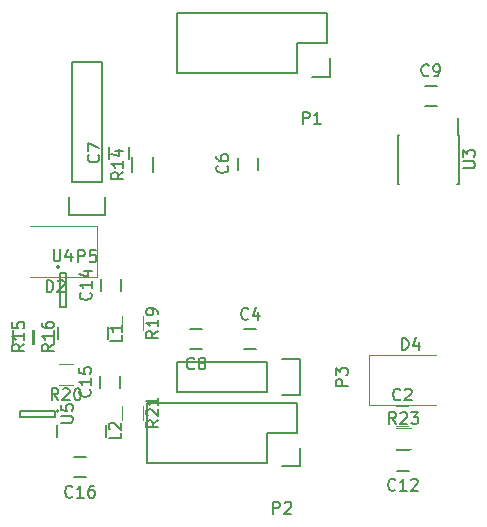
<source format=gto>
G04 #@! TF.FileFunction,Legend,Top*
%FSLAX46Y46*%
G04 Gerber Fmt 4.6, Leading zero omitted, Abs format (unit mm)*
G04 Created by KiCad (PCBNEW 4.0.7) date 05/10/18 10:09:07*
%MOMM*%
%LPD*%
G01*
G04 APERTURE LIST*
%ADD10C,0.200000*%
%ADD11C,0.150000*%
%ADD12C,0.120000*%
G04 APERTURE END LIST*
D10*
D11*
X107980000Y-95480000D02*
X100360000Y-95480000D01*
X107980000Y-98020000D02*
X100360000Y-98020000D01*
X110800000Y-98300000D02*
X109250000Y-98300000D01*
X100360000Y-95480000D02*
X100360000Y-98020000D01*
X107980000Y-98020000D02*
X107980000Y-95480000D01*
X109250000Y-95200000D02*
X110800000Y-95200000D01*
X110800000Y-95200000D02*
X110800000Y-98300000D01*
X113020000Y-65940000D02*
X100320000Y-65940000D01*
X100320000Y-65940000D02*
X100320000Y-71020000D01*
X100320000Y-71020000D02*
X110480000Y-71020000D01*
X113020000Y-65940000D02*
X113020000Y-68480000D01*
X111750000Y-71300000D02*
X113300000Y-71300000D01*
X113020000Y-68480000D02*
X110480000Y-68480000D01*
X110480000Y-68480000D02*
X110480000Y-71020000D01*
X113300000Y-71300000D02*
X113300000Y-69750000D01*
X94590000Y-77260000D02*
X94590000Y-78260000D01*
X96290000Y-78260000D02*
X96290000Y-77260000D01*
X101480000Y-94390000D02*
X102480000Y-94390000D01*
X102480000Y-92690000D02*
X101480000Y-92690000D01*
X107060000Y-92690000D02*
X106060000Y-92690000D01*
X106060000Y-94390000D02*
X107060000Y-94390000D01*
X124195000Y-76225000D02*
X124145000Y-76225000D01*
X124195000Y-80375000D02*
X124050000Y-80375000D01*
X119045000Y-80375000D02*
X119190000Y-80375000D01*
X119045000Y-76225000D02*
X119190000Y-76225000D01*
X124195000Y-76225000D02*
X124195000Y-80375000D01*
X119045000Y-76225000D02*
X119045000Y-80375000D01*
X124145000Y-76225000D02*
X124145000Y-74825000D01*
X105490000Y-78180000D02*
X105490000Y-79180000D01*
X107190000Y-79180000D02*
X107190000Y-78180000D01*
X122340000Y-72070000D02*
X121340000Y-72070000D01*
X121340000Y-73770000D02*
X122340000Y-73770000D01*
X119000000Y-104660000D02*
X120000000Y-104660000D01*
X120000000Y-102960000D02*
X119000000Y-102960000D01*
X93917400Y-88450800D02*
X93917400Y-89450800D01*
X95617400Y-89450800D02*
X95617400Y-88450800D01*
X93866600Y-96655000D02*
X93866600Y-97655000D01*
X95566600Y-97655000D02*
X95566600Y-96655000D01*
X91651200Y-105244000D02*
X92651200Y-105244000D01*
X92651200Y-103544000D02*
X91651200Y-103544000D01*
X110520000Y-98940000D02*
X97820000Y-98940000D01*
X97820000Y-98940000D02*
X97820000Y-104020000D01*
X97820000Y-104020000D02*
X107980000Y-104020000D01*
X110520000Y-98940000D02*
X110520000Y-101480000D01*
X109250000Y-104300000D02*
X110800000Y-104300000D01*
X110520000Y-101480000D02*
X107980000Y-101480000D01*
X107980000Y-101480000D02*
X107980000Y-104020000D01*
X110800000Y-104300000D02*
X110800000Y-102750000D01*
X94290000Y-81460000D02*
X94290000Y-83010000D01*
X94290000Y-83010000D02*
X91190000Y-83010000D01*
X91190000Y-83010000D02*
X91190000Y-81460000D01*
X91470000Y-80190000D02*
X91470000Y-70030000D01*
X91470000Y-70030000D02*
X94010000Y-70030000D01*
X94010000Y-70030000D02*
X94010000Y-80190000D01*
X91470000Y-80190000D02*
X94010000Y-80190000D01*
X98335000Y-78150000D02*
X98335000Y-79350000D01*
X96585000Y-79350000D02*
X96585000Y-78150000D01*
X89952800Y-92719600D02*
X89952800Y-93919600D01*
X88202800Y-93919600D02*
X88202800Y-92719600D01*
X86475600Y-93919600D02*
X86475600Y-92719600D01*
X88225600Y-92719600D02*
X88225600Y-93919600D01*
X90378000Y-87432600D02*
G75*
G03X90378000Y-87432600I-100000J0D01*
G01*
X90928000Y-87932600D02*
X90428000Y-87932600D01*
X90928000Y-90832600D02*
X90928000Y-87932600D01*
X90428000Y-90832600D02*
X90928000Y-90832600D01*
X90428000Y-87932600D02*
X90428000Y-90832600D01*
X90344400Y-99598200D02*
G75*
G03X90344400Y-99598200I-100000J0D01*
G01*
X89994400Y-100148200D02*
X89994400Y-99648200D01*
X87094400Y-100148200D02*
X89994400Y-100148200D01*
X87094400Y-99648200D02*
X87094400Y-100148200D01*
X89994400Y-99648200D02*
X87094400Y-99648200D01*
X94479800Y-92519800D02*
X94479800Y-93509800D01*
X90279800Y-92519800D02*
X90279800Y-93509800D01*
X94378200Y-100800200D02*
X94378200Y-101790200D01*
X90178200Y-100800200D02*
X90178200Y-101790200D01*
D12*
X95716200Y-92802000D02*
X95716200Y-91602000D01*
X97476200Y-91602000D02*
X97476200Y-92802000D01*
X90357400Y-95665400D02*
X91557400Y-95665400D01*
X91557400Y-97425400D02*
X90357400Y-97425400D01*
X119930800Y-99175200D02*
X118930800Y-99175200D01*
X118930800Y-100875200D02*
X119930800Y-100875200D01*
X95741600Y-100371200D02*
X95741600Y-99171200D01*
X97501600Y-99171200D02*
X97501600Y-100371200D01*
X120132400Y-102835600D02*
X118932400Y-102835600D01*
X118932400Y-101075600D02*
X120132400Y-101075600D01*
X93600000Y-88250000D02*
X93600000Y-83950000D01*
X93600000Y-83950000D02*
X87900000Y-83950000D01*
X93600000Y-88250000D02*
X87900000Y-88250000D01*
X116580000Y-94840000D02*
X116580000Y-99140000D01*
X116580000Y-99140000D02*
X122280000Y-99140000D01*
X116580000Y-94840000D02*
X122280000Y-94840000D01*
D11*
X114802381Y-97488095D02*
X113802381Y-97488095D01*
X113802381Y-97107142D01*
X113850000Y-97011904D01*
X113897619Y-96964285D01*
X113992857Y-96916666D01*
X114135714Y-96916666D01*
X114230952Y-96964285D01*
X114278571Y-97011904D01*
X114326190Y-97107142D01*
X114326190Y-97488095D01*
X113802381Y-96583333D02*
X113802381Y-95964285D01*
X114183333Y-96297619D01*
X114183333Y-96154761D01*
X114230952Y-96059523D01*
X114278571Y-96011904D01*
X114373810Y-95964285D01*
X114611905Y-95964285D01*
X114707143Y-96011904D01*
X114754762Y-96059523D01*
X114802381Y-96154761D01*
X114802381Y-96440476D01*
X114754762Y-96535714D01*
X114707143Y-96583333D01*
X111011905Y-75302381D02*
X111011905Y-74302381D01*
X111392858Y-74302381D01*
X111488096Y-74350000D01*
X111535715Y-74397619D01*
X111583334Y-74492857D01*
X111583334Y-74635714D01*
X111535715Y-74730952D01*
X111488096Y-74778571D01*
X111392858Y-74826190D01*
X111011905Y-74826190D01*
X112535715Y-75302381D02*
X111964286Y-75302381D01*
X112250000Y-75302381D02*
X112250000Y-74302381D01*
X112154762Y-74445238D01*
X112059524Y-74540476D01*
X111964286Y-74588095D01*
X93697143Y-77926666D02*
X93744762Y-77974285D01*
X93792381Y-78117142D01*
X93792381Y-78212380D01*
X93744762Y-78355238D01*
X93649524Y-78450476D01*
X93554286Y-78498095D01*
X93363810Y-78545714D01*
X93220952Y-78545714D01*
X93030476Y-78498095D01*
X92935238Y-78450476D01*
X92840000Y-78355238D01*
X92792381Y-78212380D01*
X92792381Y-78117142D01*
X92840000Y-77974285D01*
X92887619Y-77926666D01*
X92792381Y-77593333D02*
X92792381Y-76926666D01*
X93792381Y-77355238D01*
X101813334Y-95997143D02*
X101765715Y-96044762D01*
X101622858Y-96092381D01*
X101527620Y-96092381D01*
X101384762Y-96044762D01*
X101289524Y-95949524D01*
X101241905Y-95854286D01*
X101194286Y-95663810D01*
X101194286Y-95520952D01*
X101241905Y-95330476D01*
X101289524Y-95235238D01*
X101384762Y-95140000D01*
X101527620Y-95092381D01*
X101622858Y-95092381D01*
X101765715Y-95140000D01*
X101813334Y-95187619D01*
X102384762Y-95520952D02*
X102289524Y-95473333D01*
X102241905Y-95425714D01*
X102194286Y-95330476D01*
X102194286Y-95282857D01*
X102241905Y-95187619D01*
X102289524Y-95140000D01*
X102384762Y-95092381D01*
X102575239Y-95092381D01*
X102670477Y-95140000D01*
X102718096Y-95187619D01*
X102765715Y-95282857D01*
X102765715Y-95330476D01*
X102718096Y-95425714D01*
X102670477Y-95473333D01*
X102575239Y-95520952D01*
X102384762Y-95520952D01*
X102289524Y-95568571D01*
X102241905Y-95616190D01*
X102194286Y-95711429D01*
X102194286Y-95901905D01*
X102241905Y-95997143D01*
X102289524Y-96044762D01*
X102384762Y-96092381D01*
X102575239Y-96092381D01*
X102670477Y-96044762D01*
X102718096Y-95997143D01*
X102765715Y-95901905D01*
X102765715Y-95711429D01*
X102718096Y-95616190D01*
X102670477Y-95568571D01*
X102575239Y-95520952D01*
X106393334Y-91797143D02*
X106345715Y-91844762D01*
X106202858Y-91892381D01*
X106107620Y-91892381D01*
X105964762Y-91844762D01*
X105869524Y-91749524D01*
X105821905Y-91654286D01*
X105774286Y-91463810D01*
X105774286Y-91320952D01*
X105821905Y-91130476D01*
X105869524Y-91035238D01*
X105964762Y-90940000D01*
X106107620Y-90892381D01*
X106202858Y-90892381D01*
X106345715Y-90940000D01*
X106393334Y-90987619D01*
X107250477Y-91225714D02*
X107250477Y-91892381D01*
X107012381Y-90844762D02*
X106774286Y-91559048D01*
X107393334Y-91559048D01*
X124572381Y-79061905D02*
X125381905Y-79061905D01*
X125477143Y-79014286D01*
X125524762Y-78966667D01*
X125572381Y-78871429D01*
X125572381Y-78680952D01*
X125524762Y-78585714D01*
X125477143Y-78538095D01*
X125381905Y-78490476D01*
X124572381Y-78490476D01*
X124572381Y-78109524D02*
X124572381Y-77490476D01*
X124953333Y-77823810D01*
X124953333Y-77680952D01*
X125000952Y-77585714D01*
X125048571Y-77538095D01*
X125143810Y-77490476D01*
X125381905Y-77490476D01*
X125477143Y-77538095D01*
X125524762Y-77585714D01*
X125572381Y-77680952D01*
X125572381Y-77966667D01*
X125524762Y-78061905D01*
X125477143Y-78109524D01*
X104597143Y-78846666D02*
X104644762Y-78894285D01*
X104692381Y-79037142D01*
X104692381Y-79132380D01*
X104644762Y-79275238D01*
X104549524Y-79370476D01*
X104454286Y-79418095D01*
X104263810Y-79465714D01*
X104120952Y-79465714D01*
X103930476Y-79418095D01*
X103835238Y-79370476D01*
X103740000Y-79275238D01*
X103692381Y-79132380D01*
X103692381Y-79037142D01*
X103740000Y-78894285D01*
X103787619Y-78846666D01*
X103692381Y-77989523D02*
X103692381Y-78180000D01*
X103740000Y-78275238D01*
X103787619Y-78322857D01*
X103930476Y-78418095D01*
X104120952Y-78465714D01*
X104501905Y-78465714D01*
X104597143Y-78418095D01*
X104644762Y-78370476D01*
X104692381Y-78275238D01*
X104692381Y-78084761D01*
X104644762Y-77989523D01*
X104597143Y-77941904D01*
X104501905Y-77894285D01*
X104263810Y-77894285D01*
X104168571Y-77941904D01*
X104120952Y-77989523D01*
X104073333Y-78084761D01*
X104073333Y-78275238D01*
X104120952Y-78370476D01*
X104168571Y-78418095D01*
X104263810Y-78465714D01*
X121673334Y-71177143D02*
X121625715Y-71224762D01*
X121482858Y-71272381D01*
X121387620Y-71272381D01*
X121244762Y-71224762D01*
X121149524Y-71129524D01*
X121101905Y-71034286D01*
X121054286Y-70843810D01*
X121054286Y-70700952D01*
X121101905Y-70510476D01*
X121149524Y-70415238D01*
X121244762Y-70320000D01*
X121387620Y-70272381D01*
X121482858Y-70272381D01*
X121625715Y-70320000D01*
X121673334Y-70367619D01*
X122149524Y-71272381D02*
X122340000Y-71272381D01*
X122435239Y-71224762D01*
X122482858Y-71177143D01*
X122578096Y-71034286D01*
X122625715Y-70843810D01*
X122625715Y-70462857D01*
X122578096Y-70367619D01*
X122530477Y-70320000D01*
X122435239Y-70272381D01*
X122244762Y-70272381D01*
X122149524Y-70320000D01*
X122101905Y-70367619D01*
X122054286Y-70462857D01*
X122054286Y-70700952D01*
X122101905Y-70796190D01*
X122149524Y-70843810D01*
X122244762Y-70891429D01*
X122435239Y-70891429D01*
X122530477Y-70843810D01*
X122578096Y-70796190D01*
X122625715Y-70700952D01*
X118857143Y-106267143D02*
X118809524Y-106314762D01*
X118666667Y-106362381D01*
X118571429Y-106362381D01*
X118428571Y-106314762D01*
X118333333Y-106219524D01*
X118285714Y-106124286D01*
X118238095Y-105933810D01*
X118238095Y-105790952D01*
X118285714Y-105600476D01*
X118333333Y-105505238D01*
X118428571Y-105410000D01*
X118571429Y-105362381D01*
X118666667Y-105362381D01*
X118809524Y-105410000D01*
X118857143Y-105457619D01*
X119809524Y-106362381D02*
X119238095Y-106362381D01*
X119523809Y-106362381D02*
X119523809Y-105362381D01*
X119428571Y-105505238D01*
X119333333Y-105600476D01*
X119238095Y-105648095D01*
X120190476Y-105457619D02*
X120238095Y-105410000D01*
X120333333Y-105362381D01*
X120571429Y-105362381D01*
X120666667Y-105410000D01*
X120714286Y-105457619D01*
X120761905Y-105552857D01*
X120761905Y-105648095D01*
X120714286Y-105790952D01*
X120142857Y-106362381D01*
X120761905Y-106362381D01*
X93024543Y-89593657D02*
X93072162Y-89641276D01*
X93119781Y-89784133D01*
X93119781Y-89879371D01*
X93072162Y-90022229D01*
X92976924Y-90117467D01*
X92881686Y-90165086D01*
X92691210Y-90212705D01*
X92548352Y-90212705D01*
X92357876Y-90165086D01*
X92262638Y-90117467D01*
X92167400Y-90022229D01*
X92119781Y-89879371D01*
X92119781Y-89784133D01*
X92167400Y-89641276D01*
X92215019Y-89593657D01*
X93119781Y-88641276D02*
X93119781Y-89212705D01*
X93119781Y-88926991D02*
X92119781Y-88926991D01*
X92262638Y-89022229D01*
X92357876Y-89117467D01*
X92405495Y-89212705D01*
X92453114Y-87784133D02*
X93119781Y-87784133D01*
X92072162Y-88022229D02*
X92786448Y-88260324D01*
X92786448Y-87641276D01*
X92973743Y-97797857D02*
X93021362Y-97845476D01*
X93068981Y-97988333D01*
X93068981Y-98083571D01*
X93021362Y-98226429D01*
X92926124Y-98321667D01*
X92830886Y-98369286D01*
X92640410Y-98416905D01*
X92497552Y-98416905D01*
X92307076Y-98369286D01*
X92211838Y-98321667D01*
X92116600Y-98226429D01*
X92068981Y-98083571D01*
X92068981Y-97988333D01*
X92116600Y-97845476D01*
X92164219Y-97797857D01*
X93068981Y-96845476D02*
X93068981Y-97416905D01*
X93068981Y-97131191D02*
X92068981Y-97131191D01*
X92211838Y-97226429D01*
X92307076Y-97321667D01*
X92354695Y-97416905D01*
X92068981Y-95940714D02*
X92068981Y-96416905D01*
X92545171Y-96464524D01*
X92497552Y-96416905D01*
X92449933Y-96321667D01*
X92449933Y-96083571D01*
X92497552Y-95988333D01*
X92545171Y-95940714D01*
X92640410Y-95893095D01*
X92878505Y-95893095D01*
X92973743Y-95940714D01*
X93021362Y-95988333D01*
X93068981Y-96083571D01*
X93068981Y-96321667D01*
X93021362Y-96416905D01*
X92973743Y-96464524D01*
X91508343Y-106851143D02*
X91460724Y-106898762D01*
X91317867Y-106946381D01*
X91222629Y-106946381D01*
X91079771Y-106898762D01*
X90984533Y-106803524D01*
X90936914Y-106708286D01*
X90889295Y-106517810D01*
X90889295Y-106374952D01*
X90936914Y-106184476D01*
X90984533Y-106089238D01*
X91079771Y-105994000D01*
X91222629Y-105946381D01*
X91317867Y-105946381D01*
X91460724Y-105994000D01*
X91508343Y-106041619D01*
X92460724Y-106946381D02*
X91889295Y-106946381D01*
X92175009Y-106946381D02*
X92175009Y-105946381D01*
X92079771Y-106089238D01*
X91984533Y-106184476D01*
X91889295Y-106232095D01*
X93317867Y-105946381D02*
X93127390Y-105946381D01*
X93032152Y-105994000D01*
X92984533Y-106041619D01*
X92889295Y-106184476D01*
X92841676Y-106374952D01*
X92841676Y-106755905D01*
X92889295Y-106851143D01*
X92936914Y-106898762D01*
X93032152Y-106946381D01*
X93222629Y-106946381D01*
X93317867Y-106898762D01*
X93365486Y-106851143D01*
X93413105Y-106755905D01*
X93413105Y-106517810D01*
X93365486Y-106422571D01*
X93317867Y-106374952D01*
X93222629Y-106327333D01*
X93032152Y-106327333D01*
X92936914Y-106374952D01*
X92889295Y-106422571D01*
X92841676Y-106517810D01*
X108511905Y-108302381D02*
X108511905Y-107302381D01*
X108892858Y-107302381D01*
X108988096Y-107350000D01*
X109035715Y-107397619D01*
X109083334Y-107492857D01*
X109083334Y-107635714D01*
X109035715Y-107730952D01*
X108988096Y-107778571D01*
X108892858Y-107826190D01*
X108511905Y-107826190D01*
X109464286Y-107397619D02*
X109511905Y-107350000D01*
X109607143Y-107302381D01*
X109845239Y-107302381D01*
X109940477Y-107350000D01*
X109988096Y-107397619D01*
X110035715Y-107492857D01*
X110035715Y-107588095D01*
X109988096Y-107730952D01*
X109416667Y-108302381D01*
X110035715Y-108302381D01*
X92001905Y-87012381D02*
X92001905Y-86012381D01*
X92382858Y-86012381D01*
X92478096Y-86060000D01*
X92525715Y-86107619D01*
X92573334Y-86202857D01*
X92573334Y-86345714D01*
X92525715Y-86440952D01*
X92478096Y-86488571D01*
X92382858Y-86536190D01*
X92001905Y-86536190D01*
X93478096Y-86012381D02*
X93001905Y-86012381D01*
X92954286Y-86488571D01*
X93001905Y-86440952D01*
X93097143Y-86393333D01*
X93335239Y-86393333D01*
X93430477Y-86440952D01*
X93478096Y-86488571D01*
X93525715Y-86583810D01*
X93525715Y-86821905D01*
X93478096Y-86917143D01*
X93430477Y-86964762D01*
X93335239Y-87012381D01*
X93097143Y-87012381D01*
X93001905Y-86964762D01*
X92954286Y-86917143D01*
X95812381Y-79392857D02*
X95336190Y-79726191D01*
X95812381Y-79964286D02*
X94812381Y-79964286D01*
X94812381Y-79583333D01*
X94860000Y-79488095D01*
X94907619Y-79440476D01*
X95002857Y-79392857D01*
X95145714Y-79392857D01*
X95240952Y-79440476D01*
X95288571Y-79488095D01*
X95336190Y-79583333D01*
X95336190Y-79964286D01*
X95812381Y-78440476D02*
X95812381Y-79011905D01*
X95812381Y-78726191D02*
X94812381Y-78726191D01*
X94955238Y-78821429D01*
X95050476Y-78916667D01*
X95098095Y-79011905D01*
X95145714Y-77583333D02*
X95812381Y-77583333D01*
X94764762Y-77821429D02*
X95479048Y-78059524D01*
X95479048Y-77440476D01*
X87430181Y-93962457D02*
X86953990Y-94295791D01*
X87430181Y-94533886D02*
X86430181Y-94533886D01*
X86430181Y-94152933D01*
X86477800Y-94057695D01*
X86525419Y-94010076D01*
X86620657Y-93962457D01*
X86763514Y-93962457D01*
X86858752Y-94010076D01*
X86906371Y-94057695D01*
X86953990Y-94152933D01*
X86953990Y-94533886D01*
X87430181Y-93010076D02*
X87430181Y-93581505D01*
X87430181Y-93295791D02*
X86430181Y-93295791D01*
X86573038Y-93391029D01*
X86668276Y-93486267D01*
X86715895Y-93581505D01*
X86430181Y-92105314D02*
X86430181Y-92581505D01*
X86906371Y-92629124D01*
X86858752Y-92581505D01*
X86811133Y-92486267D01*
X86811133Y-92248171D01*
X86858752Y-92152933D01*
X86906371Y-92105314D01*
X87001610Y-92057695D01*
X87239705Y-92057695D01*
X87334943Y-92105314D01*
X87382562Y-92152933D01*
X87430181Y-92248171D01*
X87430181Y-92486267D01*
X87382562Y-92581505D01*
X87334943Y-92629124D01*
X89902981Y-93962457D02*
X89426790Y-94295791D01*
X89902981Y-94533886D02*
X88902981Y-94533886D01*
X88902981Y-94152933D01*
X88950600Y-94057695D01*
X88998219Y-94010076D01*
X89093457Y-93962457D01*
X89236314Y-93962457D01*
X89331552Y-94010076D01*
X89379171Y-94057695D01*
X89426790Y-94152933D01*
X89426790Y-94533886D01*
X89902981Y-93010076D02*
X89902981Y-93581505D01*
X89902981Y-93295791D02*
X88902981Y-93295791D01*
X89045838Y-93391029D01*
X89141076Y-93486267D01*
X89188695Y-93581505D01*
X88902981Y-92152933D02*
X88902981Y-92343410D01*
X88950600Y-92438648D01*
X88998219Y-92486267D01*
X89141076Y-92581505D01*
X89331552Y-92629124D01*
X89712505Y-92629124D01*
X89807743Y-92581505D01*
X89855362Y-92533886D01*
X89902981Y-92438648D01*
X89902981Y-92248171D01*
X89855362Y-92152933D01*
X89807743Y-92105314D01*
X89712505Y-92057695D01*
X89474410Y-92057695D01*
X89379171Y-92105314D01*
X89331552Y-92152933D01*
X89283933Y-92248171D01*
X89283933Y-92438648D01*
X89331552Y-92533886D01*
X89379171Y-92581505D01*
X89474410Y-92629124D01*
X89916095Y-85934981D02*
X89916095Y-86744505D01*
X89963714Y-86839743D01*
X90011333Y-86887362D01*
X90106571Y-86934981D01*
X90297048Y-86934981D01*
X90392286Y-86887362D01*
X90439905Y-86839743D01*
X90487524Y-86744505D01*
X90487524Y-85934981D01*
X91392286Y-86268314D02*
X91392286Y-86934981D01*
X91154190Y-85887362D02*
X90916095Y-86601648D01*
X91535143Y-86601648D01*
X90546781Y-100610105D02*
X91356305Y-100610105D01*
X91451543Y-100562486D01*
X91499162Y-100514867D01*
X91546781Y-100419629D01*
X91546781Y-100229152D01*
X91499162Y-100133914D01*
X91451543Y-100086295D01*
X91356305Y-100038676D01*
X90546781Y-100038676D01*
X90546781Y-99086295D02*
X90546781Y-99562486D01*
X91022971Y-99610105D01*
X90975352Y-99562486D01*
X90927733Y-99467248D01*
X90927733Y-99229152D01*
X90975352Y-99133914D01*
X91022971Y-99086295D01*
X91118210Y-99038676D01*
X91356305Y-99038676D01*
X91451543Y-99086295D01*
X91499162Y-99133914D01*
X91546781Y-99229152D01*
X91546781Y-99467248D01*
X91499162Y-99562486D01*
X91451543Y-99610105D01*
X95682181Y-93181466D02*
X95682181Y-93657657D01*
X94682181Y-93657657D01*
X95682181Y-92324323D02*
X95682181Y-92895752D01*
X95682181Y-92610038D02*
X94682181Y-92610038D01*
X94825038Y-92705276D01*
X94920276Y-92800514D01*
X94967895Y-92895752D01*
X95580581Y-101461866D02*
X95580581Y-101938057D01*
X94580581Y-101938057D01*
X94675819Y-101176152D02*
X94628200Y-101128533D01*
X94580581Y-101033295D01*
X94580581Y-100795199D01*
X94628200Y-100699961D01*
X94675819Y-100652342D01*
X94771057Y-100604723D01*
X94866295Y-100604723D01*
X95009152Y-100652342D01*
X95580581Y-101223771D01*
X95580581Y-100604723D01*
X98748581Y-92844857D02*
X98272390Y-93178191D01*
X98748581Y-93416286D02*
X97748581Y-93416286D01*
X97748581Y-93035333D01*
X97796200Y-92940095D01*
X97843819Y-92892476D01*
X97939057Y-92844857D01*
X98081914Y-92844857D01*
X98177152Y-92892476D01*
X98224771Y-92940095D01*
X98272390Y-93035333D01*
X98272390Y-93416286D01*
X98748581Y-91892476D02*
X98748581Y-92463905D01*
X98748581Y-92178191D02*
X97748581Y-92178191D01*
X97891438Y-92273429D01*
X97986676Y-92368667D01*
X98034295Y-92463905D01*
X98748581Y-91416286D02*
X98748581Y-91225810D01*
X98700962Y-91130571D01*
X98653343Y-91082952D01*
X98510486Y-90987714D01*
X98320010Y-90940095D01*
X97939057Y-90940095D01*
X97843819Y-90987714D01*
X97796200Y-91035333D01*
X97748581Y-91130571D01*
X97748581Y-91321048D01*
X97796200Y-91416286D01*
X97843819Y-91463905D01*
X97939057Y-91511524D01*
X98177152Y-91511524D01*
X98272390Y-91463905D01*
X98320010Y-91416286D01*
X98367629Y-91321048D01*
X98367629Y-91130571D01*
X98320010Y-91035333D01*
X98272390Y-90987714D01*
X98177152Y-90940095D01*
X90314543Y-98697781D02*
X89981209Y-98221590D01*
X89743114Y-98697781D02*
X89743114Y-97697781D01*
X90124067Y-97697781D01*
X90219305Y-97745400D01*
X90266924Y-97793019D01*
X90314543Y-97888257D01*
X90314543Y-98031114D01*
X90266924Y-98126352D01*
X90219305Y-98173971D01*
X90124067Y-98221590D01*
X89743114Y-98221590D01*
X90695495Y-97793019D02*
X90743114Y-97745400D01*
X90838352Y-97697781D01*
X91076448Y-97697781D01*
X91171686Y-97745400D01*
X91219305Y-97793019D01*
X91266924Y-97888257D01*
X91266924Y-97983495D01*
X91219305Y-98126352D01*
X90647876Y-98697781D01*
X91266924Y-98697781D01*
X91885971Y-97697781D02*
X91981210Y-97697781D01*
X92076448Y-97745400D01*
X92124067Y-97793019D01*
X92171686Y-97888257D01*
X92219305Y-98078733D01*
X92219305Y-98316829D01*
X92171686Y-98507305D01*
X92124067Y-98602543D01*
X92076448Y-98650162D01*
X91981210Y-98697781D01*
X91885971Y-98697781D01*
X91790733Y-98650162D01*
X91743114Y-98602543D01*
X91695495Y-98507305D01*
X91647876Y-98316829D01*
X91647876Y-98078733D01*
X91695495Y-97888257D01*
X91743114Y-97793019D01*
X91790733Y-97745400D01*
X91885971Y-97697781D01*
X119264134Y-98632343D02*
X119216515Y-98679962D01*
X119073658Y-98727581D01*
X118978420Y-98727581D01*
X118835562Y-98679962D01*
X118740324Y-98584724D01*
X118692705Y-98489486D01*
X118645086Y-98299010D01*
X118645086Y-98156152D01*
X118692705Y-97965676D01*
X118740324Y-97870438D01*
X118835562Y-97775200D01*
X118978420Y-97727581D01*
X119073658Y-97727581D01*
X119216515Y-97775200D01*
X119264134Y-97822819D01*
X119645086Y-97822819D02*
X119692705Y-97775200D01*
X119787943Y-97727581D01*
X120026039Y-97727581D01*
X120121277Y-97775200D01*
X120168896Y-97822819D01*
X120216515Y-97918057D01*
X120216515Y-98013295D01*
X120168896Y-98156152D01*
X119597467Y-98727581D01*
X120216515Y-98727581D01*
X98773981Y-100414057D02*
X98297790Y-100747391D01*
X98773981Y-100985486D02*
X97773981Y-100985486D01*
X97773981Y-100604533D01*
X97821600Y-100509295D01*
X97869219Y-100461676D01*
X97964457Y-100414057D01*
X98107314Y-100414057D01*
X98202552Y-100461676D01*
X98250171Y-100509295D01*
X98297790Y-100604533D01*
X98297790Y-100985486D01*
X97869219Y-100033105D02*
X97821600Y-99985486D01*
X97773981Y-99890248D01*
X97773981Y-99652152D01*
X97821600Y-99556914D01*
X97869219Y-99509295D01*
X97964457Y-99461676D01*
X98059695Y-99461676D01*
X98202552Y-99509295D01*
X98773981Y-100080724D01*
X98773981Y-99461676D01*
X98773981Y-98509295D02*
X98773981Y-99080724D01*
X98773981Y-98795010D02*
X97773981Y-98795010D01*
X97916838Y-98890248D01*
X98012076Y-98985486D01*
X98059695Y-99080724D01*
X118889543Y-100707981D02*
X118556209Y-100231790D01*
X118318114Y-100707981D02*
X118318114Y-99707981D01*
X118699067Y-99707981D01*
X118794305Y-99755600D01*
X118841924Y-99803219D01*
X118889543Y-99898457D01*
X118889543Y-100041314D01*
X118841924Y-100136552D01*
X118794305Y-100184171D01*
X118699067Y-100231790D01*
X118318114Y-100231790D01*
X119270495Y-99803219D02*
X119318114Y-99755600D01*
X119413352Y-99707981D01*
X119651448Y-99707981D01*
X119746686Y-99755600D01*
X119794305Y-99803219D01*
X119841924Y-99898457D01*
X119841924Y-99993695D01*
X119794305Y-100136552D01*
X119222876Y-100707981D01*
X119841924Y-100707981D01*
X120175257Y-99707981D02*
X120794305Y-99707981D01*
X120460971Y-100088933D01*
X120603829Y-100088933D01*
X120699067Y-100136552D01*
X120746686Y-100184171D01*
X120794305Y-100279410D01*
X120794305Y-100517505D01*
X120746686Y-100612743D01*
X120699067Y-100660362D01*
X120603829Y-100707981D01*
X120318114Y-100707981D01*
X120222876Y-100660362D01*
X120175257Y-100612743D01*
X89311905Y-89552381D02*
X89311905Y-88552381D01*
X89550000Y-88552381D01*
X89692858Y-88600000D01*
X89788096Y-88695238D01*
X89835715Y-88790476D01*
X89883334Y-88980952D01*
X89883334Y-89123810D01*
X89835715Y-89314286D01*
X89788096Y-89409524D01*
X89692858Y-89504762D01*
X89550000Y-89552381D01*
X89311905Y-89552381D01*
X90264286Y-88647619D02*
X90311905Y-88600000D01*
X90407143Y-88552381D01*
X90645239Y-88552381D01*
X90740477Y-88600000D01*
X90788096Y-88647619D01*
X90835715Y-88742857D01*
X90835715Y-88838095D01*
X90788096Y-88980952D01*
X90216667Y-89552381D01*
X90835715Y-89552381D01*
X119391905Y-94442381D02*
X119391905Y-93442381D01*
X119630000Y-93442381D01*
X119772858Y-93490000D01*
X119868096Y-93585238D01*
X119915715Y-93680476D01*
X119963334Y-93870952D01*
X119963334Y-94013810D01*
X119915715Y-94204286D01*
X119868096Y-94299524D01*
X119772858Y-94394762D01*
X119630000Y-94442381D01*
X119391905Y-94442381D01*
X120820477Y-93775714D02*
X120820477Y-94442381D01*
X120582381Y-93394762D02*
X120344286Y-94109048D01*
X120963334Y-94109048D01*
M02*

</source>
